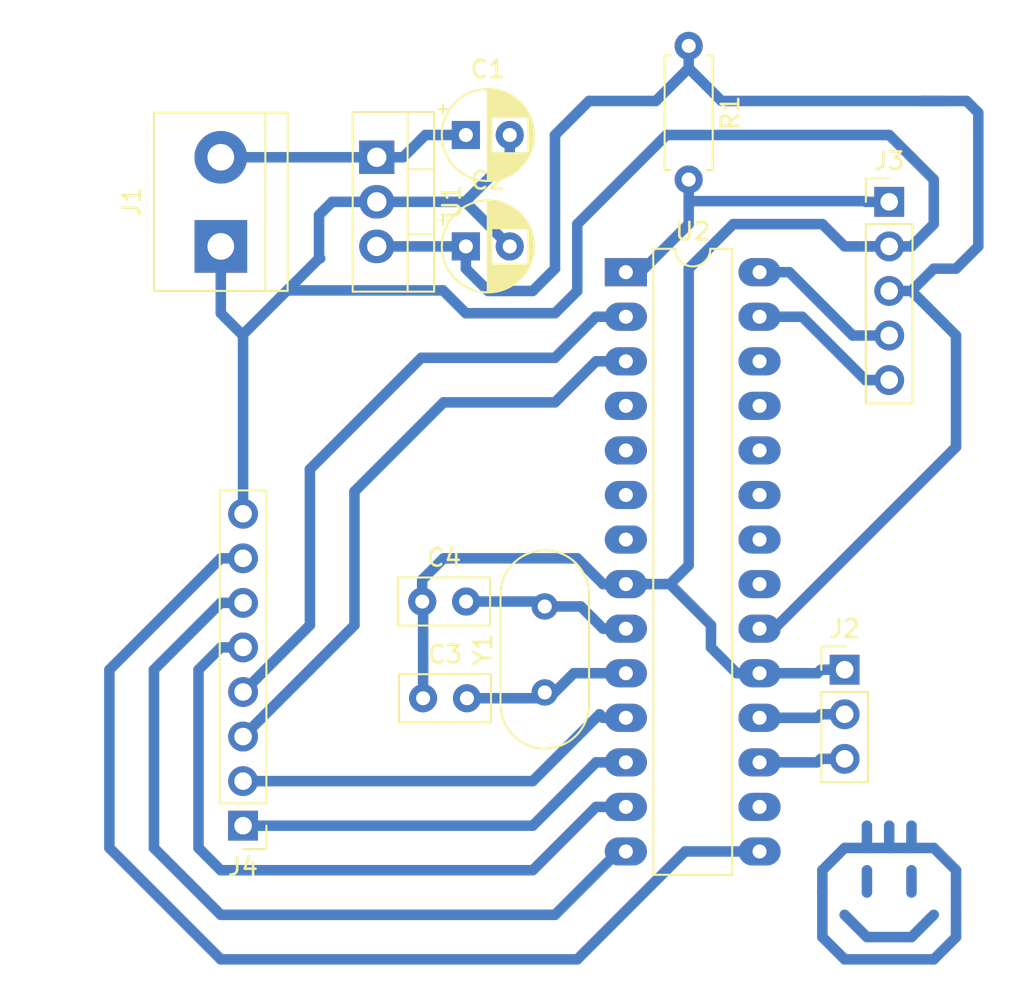
<source format=kicad_pcb>
(kicad_pcb (version 20171130) (host pcbnew "(5.1.9)-1")

  (general
    (thickness 1.6)
    (drawings 2)
    (tracks 180)
    (zones 0)
    (modules 12)
    (nets 29)
  )

  (page A4)
  (layers
    (0 F.Cu signal)
    (31 B.Cu signal)
    (32 B.Adhes user)
    (33 F.Adhes user)
    (34 B.Paste user)
    (35 F.Paste user)
    (36 B.SilkS user)
    (37 F.SilkS user)
    (38 B.Mask user)
    (39 F.Mask user)
    (40 Dwgs.User user)
    (41 Cmts.User user)
    (42 Eco1.User user)
    (43 Eco2.User user)
    (44 Edge.Cuts user)
    (45 Margin user)
    (46 B.CrtYd user)
    (47 F.CrtYd user)
    (48 B.Fab user)
    (49 F.Fab user)
  )

  (setup
    (last_trace_width 0.25)
    (trace_clearance 0.2)
    (zone_clearance 0.508)
    (zone_45_only no)
    (trace_min 0.2)
    (via_size 0.8)
    (via_drill 0.4)
    (via_min_size 0.4)
    (via_min_drill 0.3)
    (uvia_size 0.3)
    (uvia_drill 0.1)
    (uvias_allowed no)
    (uvia_min_size 0.2)
    (uvia_min_drill 0.1)
    (edge_width 0.1)
    (segment_width 0.2)
    (pcb_text_width 0.3)
    (pcb_text_size 1.5 1.5)
    (mod_edge_width 0.15)
    (mod_text_size 1 1)
    (mod_text_width 0.15)
    (pad_size 1.524 1.524)
    (pad_drill 0.762)
    (pad_to_mask_clearance 0)
    (aux_axis_origin 0 0)
    (visible_elements 7FFFFFFF)
    (pcbplotparams
      (layerselection 0x010fc_ffffffff)
      (usegerberextensions false)
      (usegerberattributes true)
      (usegerberadvancedattributes true)
      (creategerberjobfile true)
      (excludeedgelayer true)
      (linewidth 0.100000)
      (plotframeref false)
      (viasonmask false)
      (mode 1)
      (useauxorigin false)
      (hpglpennumber 1)
      (hpglpenspeed 20)
      (hpglpendiameter 15.000000)
      (psnegative false)
      (psa4output false)
      (plotreference true)
      (plotvalue true)
      (plotinvisibletext false)
      (padsonsilk false)
      (subtractmaskfromsilk false)
      (outputformat 1)
      (mirror false)
      (drillshape 1)
      (scaleselection 1)
      (outputdirectory ""))
  )

  (net 0 "")
  (net 1 "Net-(C1-Pad1)")
  (net 2 GND)
  (net 3 +5V)
  (net 4 "Net-(J2-Pad2)")
  (net 5 "Net-(J2-Pad3)")
  (net 6 "Net-(J3-Pad4)")
  (net 7 "Net-(J3-Pad5)")
  (net 8 "Net-(U2-Pad4)")
  (net 9 "Net-(U2-Pad5)")
  (net 10 "Net-(U2-Pad6)")
  (net 11 "Net-(U2-Pad7)")
  (net 12 "Net-(U2-Pad21)")
  (net 13 "Net-(U2-Pad22)")
  (net 14 "Net-(U2-Pad23)")
  (net 15 "Net-(U2-Pad24)")
  (net 16 "Net-(U2-Pad25)")
  (net 17 "Net-(U2-Pad26)")
  (net 18 "Net-(C3-Pad2)")
  (net 19 "Net-(C4-Pad2)")
  (net 20 "Net-(J3-Pad1)")
  (net 21 "Net-(J4-Pad2)")
  (net 22 "Net-(J4-Pad3)")
  (net 23 "Net-(U2-Pad16)")
  (net 24 "Net-(J4-Pad1)")
  (net 25 "Net-(J4-Pad4)")
  (net 26 "Net-(J4-Pad5)")
  (net 27 "Net-(J4-Pad7)")
  (net 28 "Net-(J4-Pad6)")

  (net_class Default "Esta es la clase de red por defecto."
    (clearance 0.2)
    (trace_width 0.25)
    (via_dia 0.8)
    (via_drill 0.4)
    (uvia_dia 0.3)
    (uvia_drill 0.1)
  )

  (net_class Signal ""
    (clearance 0.2)
    (trace_width 0.6)
    (via_dia 0.8)
    (via_drill 0.4)
    (uvia_dia 0.3)
    (uvia_drill 0.1)
    (add_net +5V)
    (add_net GND)
    (add_net "Net-(C1-Pad1)")
    (add_net "Net-(C3-Pad2)")
    (add_net "Net-(C4-Pad2)")
    (add_net "Net-(J2-Pad2)")
    (add_net "Net-(J2-Pad3)")
    (add_net "Net-(J3-Pad1)")
    (add_net "Net-(J3-Pad4)")
    (add_net "Net-(J3-Pad5)")
    (add_net "Net-(J4-Pad1)")
    (add_net "Net-(J4-Pad2)")
    (add_net "Net-(J4-Pad3)")
    (add_net "Net-(J4-Pad4)")
    (add_net "Net-(J4-Pad5)")
    (add_net "Net-(J4-Pad6)")
    (add_net "Net-(J4-Pad7)")
    (add_net "Net-(U2-Pad16)")
    (add_net "Net-(U2-Pad21)")
    (add_net "Net-(U2-Pad22)")
    (add_net "Net-(U2-Pad23)")
    (add_net "Net-(U2-Pad24)")
    (add_net "Net-(U2-Pad25)")
    (add_net "Net-(U2-Pad26)")
    (add_net "Net-(U2-Pad4)")
    (add_net "Net-(U2-Pad5)")
    (add_net "Net-(U2-Pad6)")
    (add_net "Net-(U2-Pad7)")
  )

  (module Capacitor_THT:CP_Radial_D5.0mm_P2.50mm (layer F.Cu) (tedit 5AE50EF0) (tstamp 63755FBE)
    (at 138.43 81.28)
    (descr "CP, Radial series, Radial, pin pitch=2.50mm, , diameter=5mm, Electrolytic Capacitor")
    (tags "CP Radial series Radial pin pitch 2.50mm  diameter 5mm Electrolytic Capacitor")
    (path /6363284C)
    (fp_text reference C1 (at 1.25 -3.75 180) (layer F.SilkS)
      (effects (font (size 1 1) (thickness 0.15)))
    )
    (fp_text value "0.33 uF" (at 1.25 3.75 180) (layer F.Fab)
      (effects (font (size 1 1) (thickness 0.15)))
    )
    (fp_circle (center 1.25 0) (end 3.75 0) (layer F.Fab) (width 0.1))
    (fp_circle (center 1.25 0) (end 3.87 0) (layer F.SilkS) (width 0.12))
    (fp_circle (center 1.25 0) (end 4 0) (layer F.CrtYd) (width 0.05))
    (fp_line (start -0.883605 -1.0875) (end -0.383605 -1.0875) (layer F.Fab) (width 0.1))
    (fp_line (start -0.633605 -1.3375) (end -0.633605 -0.8375) (layer F.Fab) (width 0.1))
    (fp_line (start 1.25 -2.58) (end 1.25 2.58) (layer F.SilkS) (width 0.12))
    (fp_line (start 1.29 -2.58) (end 1.29 2.58) (layer F.SilkS) (width 0.12))
    (fp_line (start 1.33 -2.579) (end 1.33 2.579) (layer F.SilkS) (width 0.12))
    (fp_line (start 1.37 -2.578) (end 1.37 2.578) (layer F.SilkS) (width 0.12))
    (fp_line (start 1.41 -2.576) (end 1.41 2.576) (layer F.SilkS) (width 0.12))
    (fp_line (start 1.45 -2.573) (end 1.45 2.573) (layer F.SilkS) (width 0.12))
    (fp_line (start 1.49 -2.569) (end 1.49 -1.04) (layer F.SilkS) (width 0.12))
    (fp_line (start 1.49 1.04) (end 1.49 2.569) (layer F.SilkS) (width 0.12))
    (fp_line (start 1.53 -2.565) (end 1.53 -1.04) (layer F.SilkS) (width 0.12))
    (fp_line (start 1.53 1.04) (end 1.53 2.565) (layer F.SilkS) (width 0.12))
    (fp_line (start 1.57 -2.561) (end 1.57 -1.04) (layer F.SilkS) (width 0.12))
    (fp_line (start 1.57 1.04) (end 1.57 2.561) (layer F.SilkS) (width 0.12))
    (fp_line (start 1.61 -2.556) (end 1.61 -1.04) (layer F.SilkS) (width 0.12))
    (fp_line (start 1.61 1.04) (end 1.61 2.556) (layer F.SilkS) (width 0.12))
    (fp_line (start 1.65 -2.55) (end 1.65 -1.04) (layer F.SilkS) (width 0.12))
    (fp_line (start 1.65 1.04) (end 1.65 2.55) (layer F.SilkS) (width 0.12))
    (fp_line (start 1.69 -2.543) (end 1.69 -1.04) (layer F.SilkS) (width 0.12))
    (fp_line (start 1.69 1.04) (end 1.69 2.543) (layer F.SilkS) (width 0.12))
    (fp_line (start 1.73 -2.536) (end 1.73 -1.04) (layer F.SilkS) (width 0.12))
    (fp_line (start 1.73 1.04) (end 1.73 2.536) (layer F.SilkS) (width 0.12))
    (fp_line (start 1.77 -2.528) (end 1.77 -1.04) (layer F.SilkS) (width 0.12))
    (fp_line (start 1.77 1.04) (end 1.77 2.528) (layer F.SilkS) (width 0.12))
    (fp_line (start 1.81 -2.52) (end 1.81 -1.04) (layer F.SilkS) (width 0.12))
    (fp_line (start 1.81 1.04) (end 1.81 2.52) (layer F.SilkS) (width 0.12))
    (fp_line (start 1.85 -2.511) (end 1.85 -1.04) (layer F.SilkS) (width 0.12))
    (fp_line (start 1.85 1.04) (end 1.85 2.511) (layer F.SilkS) (width 0.12))
    (fp_line (start 1.89 -2.501) (end 1.89 -1.04) (layer F.SilkS) (width 0.12))
    (fp_line (start 1.89 1.04) (end 1.89 2.501) (layer F.SilkS) (width 0.12))
    (fp_line (start 1.93 -2.491) (end 1.93 -1.04) (layer F.SilkS) (width 0.12))
    (fp_line (start 1.93 1.04) (end 1.93 2.491) (layer F.SilkS) (width 0.12))
    (fp_line (start 1.971 -2.48) (end 1.971 -1.04) (layer F.SilkS) (width 0.12))
    (fp_line (start 1.971 1.04) (end 1.971 2.48) (layer F.SilkS) (width 0.12))
    (fp_line (start 2.011 -2.468) (end 2.011 -1.04) (layer F.SilkS) (width 0.12))
    (fp_line (start 2.011 1.04) (end 2.011 2.468) (layer F.SilkS) (width 0.12))
    (fp_line (start 2.051 -2.455) (end 2.051 -1.04) (layer F.SilkS) (width 0.12))
    (fp_line (start 2.051 1.04) (end 2.051 2.455) (layer F.SilkS) (width 0.12))
    (fp_line (start 2.091 -2.442) (end 2.091 -1.04) (layer F.SilkS) (width 0.12))
    (fp_line (start 2.091 1.04) (end 2.091 2.442) (layer F.SilkS) (width 0.12))
    (fp_line (start 2.131 -2.428) (end 2.131 -1.04) (layer F.SilkS) (width 0.12))
    (fp_line (start 2.131 1.04) (end 2.131 2.428) (layer F.SilkS) (width 0.12))
    (fp_line (start 2.171 -2.414) (end 2.171 -1.04) (layer F.SilkS) (width 0.12))
    (fp_line (start 2.171 1.04) (end 2.171 2.414) (layer F.SilkS) (width 0.12))
    (fp_line (start 2.211 -2.398) (end 2.211 -1.04) (layer F.SilkS) (width 0.12))
    (fp_line (start 2.211 1.04) (end 2.211 2.398) (layer F.SilkS) (width 0.12))
    (fp_line (start 2.251 -2.382) (end 2.251 -1.04) (layer F.SilkS) (width 0.12))
    (fp_line (start 2.251 1.04) (end 2.251 2.382) (layer F.SilkS) (width 0.12))
    (fp_line (start 2.291 -2.365) (end 2.291 -1.04) (layer F.SilkS) (width 0.12))
    (fp_line (start 2.291 1.04) (end 2.291 2.365) (layer F.SilkS) (width 0.12))
    (fp_line (start 2.331 -2.348) (end 2.331 -1.04) (layer F.SilkS) (width 0.12))
    (fp_line (start 2.331 1.04) (end 2.331 2.348) (layer F.SilkS) (width 0.12))
    (fp_line (start 2.371 -2.329) (end 2.371 -1.04) (layer F.SilkS) (width 0.12))
    (fp_line (start 2.371 1.04) (end 2.371 2.329) (layer F.SilkS) (width 0.12))
    (fp_line (start 2.411 -2.31) (end 2.411 -1.04) (layer F.SilkS) (width 0.12))
    (fp_line (start 2.411 1.04) (end 2.411 2.31) (layer F.SilkS) (width 0.12))
    (fp_line (start 2.451 -2.29) (end 2.451 -1.04) (layer F.SilkS) (width 0.12))
    (fp_line (start 2.451 1.04) (end 2.451 2.29) (layer F.SilkS) (width 0.12))
    (fp_line (start 2.491 -2.268) (end 2.491 -1.04) (layer F.SilkS) (width 0.12))
    (fp_line (start 2.491 1.04) (end 2.491 2.268) (layer F.SilkS) (width 0.12))
    (fp_line (start 2.531 -2.247) (end 2.531 -1.04) (layer F.SilkS) (width 0.12))
    (fp_line (start 2.531 1.04) (end 2.531 2.247) (layer F.SilkS) (width 0.12))
    (fp_line (start 2.571 -2.224) (end 2.571 -1.04) (layer F.SilkS) (width 0.12))
    (fp_line (start 2.571 1.04) (end 2.571 2.224) (layer F.SilkS) (width 0.12))
    (fp_line (start 2.611 -2.2) (end 2.611 -1.04) (layer F.SilkS) (width 0.12))
    (fp_line (start 2.611 1.04) (end 2.611 2.2) (layer F.SilkS) (width 0.12))
    (fp_line (start 2.651 -2.175) (end 2.651 -1.04) (layer F.SilkS) (width 0.12))
    (fp_line (start 2.651 1.04) (end 2.651 2.175) (layer F.SilkS) (width 0.12))
    (fp_line (start 2.691 -2.149) (end 2.691 -1.04) (layer F.SilkS) (width 0.12))
    (fp_line (start 2.691 1.04) (end 2.691 2.149) (layer F.SilkS) (width 0.12))
    (fp_line (start 2.731 -2.122) (end 2.731 -1.04) (layer F.SilkS) (width 0.12))
    (fp_line (start 2.731 1.04) (end 2.731 2.122) (layer F.SilkS) (width 0.12))
    (fp_line (start 2.771 -2.095) (end 2.771 -1.04) (layer F.SilkS) (width 0.12))
    (fp_line (start 2.771 1.04) (end 2.771 2.095) (layer F.SilkS) (width 0.12))
    (fp_line (start 2.811 -2.065) (end 2.811 -1.04) (layer F.SilkS) (width 0.12))
    (fp_line (start 2.811 1.04) (end 2.811 2.065) (layer F.SilkS) (width 0.12))
    (fp_line (start 2.851 -2.035) (end 2.851 -1.04) (layer F.SilkS) (width 0.12))
    (fp_line (start 2.851 1.04) (end 2.851 2.035) (layer F.SilkS) (width 0.12))
    (fp_line (start 2.891 -2.004) (end 2.891 -1.04) (layer F.SilkS) (width 0.12))
    (fp_line (start 2.891 1.04) (end 2.891 2.004) (layer F.SilkS) (width 0.12))
    (fp_line (start 2.931 -1.971) (end 2.931 -1.04) (layer F.SilkS) (width 0.12))
    (fp_line (start 2.931 1.04) (end 2.931 1.971) (layer F.SilkS) (width 0.12))
    (fp_line (start 2.971 -1.937) (end 2.971 -1.04) (layer F.SilkS) (width 0.12))
    (fp_line (start 2.971 1.04) (end 2.971 1.937) (layer F.SilkS) (width 0.12))
    (fp_line (start 3.011 -1.901) (end 3.011 -1.04) (layer F.SilkS) (width 0.12))
    (fp_line (start 3.011 1.04) (end 3.011 1.901) (layer F.SilkS) (width 0.12))
    (fp_line (start 3.051 -1.864) (end 3.051 -1.04) (layer F.SilkS) (width 0.12))
    (fp_line (start 3.051 1.04) (end 3.051 1.864) (layer F.SilkS) (width 0.12))
    (fp_line (start 3.091 -1.826) (end 3.091 -1.04) (layer F.SilkS) (width 0.12))
    (fp_line (start 3.091 1.04) (end 3.091 1.826) (layer F.SilkS) (width 0.12))
    (fp_line (start 3.131 -1.785) (end 3.131 -1.04) (layer F.SilkS) (width 0.12))
    (fp_line (start 3.131 1.04) (end 3.131 1.785) (layer F.SilkS) (width 0.12))
    (fp_line (start 3.171 -1.743) (end 3.171 -1.04) (layer F.SilkS) (width 0.12))
    (fp_line (start 3.171 1.04) (end 3.171 1.743) (layer F.SilkS) (width 0.12))
    (fp_line (start 3.211 -1.699) (end 3.211 -1.04) (layer F.SilkS) (width 0.12))
    (fp_line (start 3.211 1.04) (end 3.211 1.699) (layer F.SilkS) (width 0.12))
    (fp_line (start 3.251 -1.653) (end 3.251 -1.04) (layer F.SilkS) (width 0.12))
    (fp_line (start 3.251 1.04) (end 3.251 1.653) (layer F.SilkS) (width 0.12))
    (fp_line (start 3.291 -1.605) (end 3.291 -1.04) (layer F.SilkS) (width 0.12))
    (fp_line (start 3.291 1.04) (end 3.291 1.605) (layer F.SilkS) (width 0.12))
    (fp_line (start 3.331 -1.554) (end 3.331 -1.04) (layer F.SilkS) (width 0.12))
    (fp_line (start 3.331 1.04) (end 3.331 1.554) (layer F.SilkS) (width 0.12))
    (fp_line (start 3.371 -1.5) (end 3.371 -1.04) (layer F.SilkS) (width 0.12))
    (fp_line (start 3.371 1.04) (end 3.371 1.5) (layer F.SilkS) (width 0.12))
    (fp_line (start 3.411 -1.443) (end 3.411 -1.04) (layer F.SilkS) (width 0.12))
    (fp_line (start 3.411 1.04) (end 3.411 1.443) (layer F.SilkS) (width 0.12))
    (fp_line (start 3.451 -1.383) (end 3.451 -1.04) (layer F.SilkS) (width 0.12))
    (fp_line (start 3.451 1.04) (end 3.451 1.383) (layer F.SilkS) (width 0.12))
    (fp_line (start 3.491 -1.319) (end 3.491 -1.04) (layer F.SilkS) (width 0.12))
    (fp_line (start 3.491 1.04) (end 3.491 1.319) (layer F.SilkS) (width 0.12))
    (fp_line (start 3.531 -1.251) (end 3.531 -1.04) (layer F.SilkS) (width 0.12))
    (fp_line (start 3.531 1.04) (end 3.531 1.251) (layer F.SilkS) (width 0.12))
    (fp_line (start 3.571 -1.178) (end 3.571 1.178) (layer F.SilkS) (width 0.12))
    (fp_line (start 3.611 -1.098) (end 3.611 1.098) (layer F.SilkS) (width 0.12))
    (fp_line (start 3.651 -1.011) (end 3.651 1.011) (layer F.SilkS) (width 0.12))
    (fp_line (start 3.691 -0.915) (end 3.691 0.915) (layer F.SilkS) (width 0.12))
    (fp_line (start 3.731 -0.805) (end 3.731 0.805) (layer F.SilkS) (width 0.12))
    (fp_line (start 3.771 -0.677) (end 3.771 0.677) (layer F.SilkS) (width 0.12))
    (fp_line (start 3.811 -0.518) (end 3.811 0.518) (layer F.SilkS) (width 0.12))
    (fp_line (start 3.851 -0.284) (end 3.851 0.284) (layer F.SilkS) (width 0.12))
    (fp_line (start -1.554775 -1.475) (end -1.054775 -1.475) (layer F.SilkS) (width 0.12))
    (fp_line (start -1.304775 -1.725) (end -1.304775 -1.225) (layer F.SilkS) (width 0.12))
    (fp_text user %R (at 1.25 0 180) (layer F.Fab)
      (effects (font (size 1 1) (thickness 0.15)))
    )
    (pad 1 thru_hole rect (at 0 0) (size 1.6 1.6) (drill 0.8) (layers *.Cu *.Mask)
      (net 1 "Net-(C1-Pad1)"))
    (pad 2 thru_hole circle (at 2.5 0) (size 1.6 1.6) (drill 0.8) (layers *.Cu *.Mask)
      (net 2 GND))
    (model ${KISYS3DMOD}/Capacitor_THT.3dshapes/CP_Radial_D5.0mm_P2.50mm.wrl
      (at (xyz 0 0 0))
      (scale (xyz 1 1 1))
      (rotate (xyz 0 0 0))
    )
  )

  (module Capacitor_THT:CP_Radial_D5.0mm_P2.50mm (layer F.Cu) (tedit 5AE50EF0) (tstamp 63756042)
    (at 138.43 87.63)
    (descr "CP, Radial series, Radial, pin pitch=2.50mm, , diameter=5mm, Electrolytic Capacitor")
    (tags "CP Radial series Radial pin pitch 2.50mm  diameter 5mm Electrolytic Capacitor")
    (path /636357A6)
    (fp_text reference C2 (at 1.25 -3.75 180) (layer F.SilkS)
      (effects (font (size 1 1) (thickness 0.15)))
    )
    (fp_text value "0.1 uF" (at 1.25 3.75 180) (layer F.Fab)
      (effects (font (size 1 1) (thickness 0.15)))
    )
    (fp_line (start -1.304775 -1.725) (end -1.304775 -1.225) (layer F.SilkS) (width 0.12))
    (fp_line (start -1.554775 -1.475) (end -1.054775 -1.475) (layer F.SilkS) (width 0.12))
    (fp_line (start 3.851 -0.284) (end 3.851 0.284) (layer F.SilkS) (width 0.12))
    (fp_line (start 3.811 -0.518) (end 3.811 0.518) (layer F.SilkS) (width 0.12))
    (fp_line (start 3.771 -0.677) (end 3.771 0.677) (layer F.SilkS) (width 0.12))
    (fp_line (start 3.731 -0.805) (end 3.731 0.805) (layer F.SilkS) (width 0.12))
    (fp_line (start 3.691 -0.915) (end 3.691 0.915) (layer F.SilkS) (width 0.12))
    (fp_line (start 3.651 -1.011) (end 3.651 1.011) (layer F.SilkS) (width 0.12))
    (fp_line (start 3.611 -1.098) (end 3.611 1.098) (layer F.SilkS) (width 0.12))
    (fp_line (start 3.571 -1.178) (end 3.571 1.178) (layer F.SilkS) (width 0.12))
    (fp_line (start 3.531 1.04) (end 3.531 1.251) (layer F.SilkS) (width 0.12))
    (fp_line (start 3.531 -1.251) (end 3.531 -1.04) (layer F.SilkS) (width 0.12))
    (fp_line (start 3.491 1.04) (end 3.491 1.319) (layer F.SilkS) (width 0.12))
    (fp_line (start 3.491 -1.319) (end 3.491 -1.04) (layer F.SilkS) (width 0.12))
    (fp_line (start 3.451 1.04) (end 3.451 1.383) (layer F.SilkS) (width 0.12))
    (fp_line (start 3.451 -1.383) (end 3.451 -1.04) (layer F.SilkS) (width 0.12))
    (fp_line (start 3.411 1.04) (end 3.411 1.443) (layer F.SilkS) (width 0.12))
    (fp_line (start 3.411 -1.443) (end 3.411 -1.04) (layer F.SilkS) (width 0.12))
    (fp_line (start 3.371 1.04) (end 3.371 1.5) (layer F.SilkS) (width 0.12))
    (fp_line (start 3.371 -1.5) (end 3.371 -1.04) (layer F.SilkS) (width 0.12))
    (fp_line (start 3.331 1.04) (end 3.331 1.554) (layer F.SilkS) (width 0.12))
    (fp_line (start 3.331 -1.554) (end 3.331 -1.04) (layer F.SilkS) (width 0.12))
    (fp_line (start 3.291 1.04) (end 3.291 1.605) (layer F.SilkS) (width 0.12))
    (fp_line (start 3.291 -1.605) (end 3.291 -1.04) (layer F.SilkS) (width 0.12))
    (fp_line (start 3.251 1.04) (end 3.251 1.653) (layer F.SilkS) (width 0.12))
    (fp_line (start 3.251 -1.653) (end 3.251 -1.04) (layer F.SilkS) (width 0.12))
    (fp_line (start 3.211 1.04) (end 3.211 1.699) (layer F.SilkS) (width 0.12))
    (fp_line (start 3.211 -1.699) (end 3.211 -1.04) (layer F.SilkS) (width 0.12))
    (fp_line (start 3.171 1.04) (end 3.171 1.743) (layer F.SilkS) (width 0.12))
    (fp_line (start 3.171 -1.743) (end 3.171 -1.04) (layer F.SilkS) (width 0.12))
    (fp_line (start 3.131 1.04) (end 3.131 1.785) (layer F.SilkS) (width 0.12))
    (fp_line (start 3.131 -1.785) (end 3.131 -1.04) (layer F.SilkS) (width 0.12))
    (fp_line (start 3.091 1.04) (end 3.091 1.826) (layer F.SilkS) (width 0.12))
    (fp_line (start 3.091 -1.826) (end 3.091 -1.04) (layer F.SilkS) (width 0.12))
    (fp_line (start 3.051 1.04) (end 3.051 1.864) (layer F.SilkS) (width 0.12))
    (fp_line (start 3.051 -1.864) (end 3.051 -1.04) (layer F.SilkS) (width 0.12))
    (fp_line (start 3.011 1.04) (end 3.011 1.901) (layer F.SilkS) (width 0.12))
    (fp_line (start 3.011 -1.901) (end 3.011 -1.04) (layer F.SilkS) (width 0.12))
    (fp_line (start 2.971 1.04) (end 2.971 1.937) (layer F.SilkS) (width 0.12))
    (fp_line (start 2.971 -1.937) (end 2.971 -1.04) (layer F.SilkS) (width 0.12))
    (fp_line (start 2.931 1.04) (end 2.931 1.971) (layer F.SilkS) (width 0.12))
    (fp_line (start 2.931 -1.971) (end 2.931 -1.04) (layer F.SilkS) (width 0.12))
    (fp_line (start 2.891 1.04) (end 2.891 2.004) (layer F.SilkS) (width 0.12))
    (fp_line (start 2.891 -2.004) (end 2.891 -1.04) (layer F.SilkS) (width 0.12))
    (fp_line (start 2.851 1.04) (end 2.851 2.035) (layer F.SilkS) (width 0.12))
    (fp_line (start 2.851 -2.035) (end 2.851 -1.04) (layer F.SilkS) (width 0.12))
    (fp_line (start 2.811 1.04) (end 2.811 2.065) (layer F.SilkS) (width 0.12))
    (fp_line (start 2.811 -2.065) (end 2.811 -1.04) (layer F.SilkS) (width 0.12))
    (fp_line (start 2.771 1.04) (end 2.771 2.095) (layer F.SilkS) (width 0.12))
    (fp_line (start 2.771 -2.095) (end 2.771 -1.04) (layer F.SilkS) (width 0.12))
    (fp_line (start 2.731 1.04) (end 2.731 2.122) (layer F.SilkS) (width 0.12))
    (fp_line (start 2.731 -2.122) (end 2.731 -1.04) (layer F.SilkS) (width 0.12))
    (fp_line (start 2.691 1.04) (end 2.691 2.149) (layer F.SilkS) (width 0.12))
    (fp_line (start 2.691 -2.149) (end 2.691 -1.04) (layer F.SilkS) (width 0.12))
    (fp_line (start 2.651 1.04) (end 2.651 2.175) (layer F.SilkS) (width 0.12))
    (fp_line (start 2.651 -2.175) (end 2.651 -1.04) (layer F.SilkS) (width 0.12))
    (fp_line (start 2.611 1.04) (end 2.611 2.2) (layer F.SilkS) (width 0.12))
    (fp_line (start 2.611 -2.2) (end 2.611 -1.04) (layer F.SilkS) (width 0.12))
    (fp_line (start 2.571 1.04) (end 2.571 2.224) (layer F.SilkS) (width 0.12))
    (fp_line (start 2.571 -2.224) (end 2.571 -1.04) (layer F.SilkS) (width 0.12))
    (fp_line (start 2.531 1.04) (end 2.531 2.247) (layer F.SilkS) (width 0.12))
    (fp_line (start 2.531 -2.247) (end 2.531 -1.04) (layer F.SilkS) (width 0.12))
    (fp_line (start 2.491 1.04) (end 2.491 2.268) (layer F.SilkS) (width 0.12))
    (fp_line (start 2.491 -2.268) (end 2.491 -1.04) (layer F.SilkS) (width 0.12))
    (fp_line (start 2.451 1.04) (end 2.451 2.29) (layer F.SilkS) (width 0.12))
    (fp_line (start 2.451 -2.29) (end 2.451 -1.04) (layer F.SilkS) (width 0.12))
    (fp_line (start 2.411 1.04) (end 2.411 2.31) (layer F.SilkS) (width 0.12))
    (fp_line (start 2.411 -2.31) (end 2.411 -1.04) (layer F.SilkS) (width 0.12))
    (fp_line (start 2.371 1.04) (end 2.371 2.329) (layer F.SilkS) (width 0.12))
    (fp_line (start 2.371 -2.329) (end 2.371 -1.04) (layer F.SilkS) (width 0.12))
    (fp_line (start 2.331 1.04) (end 2.331 2.348) (layer F.SilkS) (width 0.12))
    (fp_line (start 2.331 -2.348) (end 2.331 -1.04) (layer F.SilkS) (width 0.12))
    (fp_line (start 2.291 1.04) (end 2.291 2.365) (layer F.SilkS) (width 0.12))
    (fp_line (start 2.291 -2.365) (end 2.291 -1.04) (layer F.SilkS) (width 0.12))
    (fp_line (start 2.251 1.04) (end 2.251 2.382) (layer F.SilkS) (width 0.12))
    (fp_line (start 2.251 -2.382) (end 2.251 -1.04) (layer F.SilkS) (width 0.12))
    (fp_line (start 2.211 1.04) (end 2.211 2.398) (layer F.SilkS) (width 0.12))
    (fp_line (start 2.211 -2.398) (end 2.211 -1.04) (layer F.SilkS) (width 0.12))
    (fp_line (start 2.171 1.04) (end 2.171 2.414) (layer F.SilkS) (width 0.12))
    (fp_line (start 2.171 -2.414) (end 2.171 -1.04) (layer F.SilkS) (width 0.12))
    (fp_line (start 2.131 1.04) (end 2.131 2.428) (layer F.SilkS) (width 0.12))
    (fp_line (start 2.131 -2.428) (end 2.131 -1.04) (layer F.SilkS) (width 0.12))
    (fp_line (start 2.091 1.04) (end 2.091 2.442) (layer F.SilkS) (width 0.12))
    (fp_line (start 2.091 -2.442) (end 2.091 -1.04) (layer F.SilkS) (width 0.12))
    (fp_line (start 2.051 1.04) (end 2.051 2.455) (layer F.SilkS) (width 0.12))
    (fp_line (start 2.051 -2.455) (end 2.051 -1.04) (layer F.SilkS) (width 0.12))
    (fp_line (start 2.011 1.04) (end 2.011 2.468) (layer F.SilkS) (width 0.12))
    (fp_line (start 2.011 -2.468) (end 2.011 -1.04) (layer F.SilkS) (width 0.12))
    (fp_line (start 1.971 1.04) (end 1.971 2.48) (layer F.SilkS) (width 0.12))
    (fp_line (start 1.971 -2.48) (end 1.971 -1.04) (layer F.SilkS) (width 0.12))
    (fp_line (start 1.93 1.04) (end 1.93 2.491) (layer F.SilkS) (width 0.12))
    (fp_line (start 1.93 -2.491) (end 1.93 -1.04) (layer F.SilkS) (width 0.12))
    (fp_line (start 1.89 1.04) (end 1.89 2.501) (layer F.SilkS) (width 0.12))
    (fp_line (start 1.89 -2.501) (end 1.89 -1.04) (layer F.SilkS) (width 0.12))
    (fp_line (start 1.85 1.04) (end 1.85 2.511) (layer F.SilkS) (width 0.12))
    (fp_line (start 1.85 -2.511) (end 1.85 -1.04) (layer F.SilkS) (width 0.12))
    (fp_line (start 1.81 1.04) (end 1.81 2.52) (layer F.SilkS) (width 0.12))
    (fp_line (start 1.81 -2.52) (end 1.81 -1.04) (layer F.SilkS) (width 0.12))
    (fp_line (start 1.77 1.04) (end 1.77 2.528) (layer F.SilkS) (width 0.12))
    (fp_line (start 1.77 -2.528) (end 1.77 -1.04) (layer F.SilkS) (width 0.12))
    (fp_line (start 1.73 1.04) (end 1.73 2.536) (layer F.SilkS) (width 0.12))
    (fp_line (start 1.73 -2.536) (end 1.73 -1.04) (layer F.SilkS) (width 0.12))
    (fp_line (start 1.69 1.04) (end 1.69 2.543) (layer F.SilkS) (width 0.12))
    (fp_line (start 1.69 -2.543) (end 1.69 -1.04) (layer F.SilkS) (width 0.12))
    (fp_line (start 1.65 1.04) (end 1.65 2.55) (layer F.SilkS) (width 0.12))
    (fp_line (start 1.65 -2.55) (end 1.65 -1.04) (layer F.SilkS) (width 0.12))
    (fp_line (start 1.61 1.04) (end 1.61 2.556) (layer F.SilkS) (width 0.12))
    (fp_line (start 1.61 -2.556) (end 1.61 -1.04) (layer F.SilkS) (width 0.12))
    (fp_line (start 1.57 1.04) (end 1.57 2.561) (layer F.SilkS) (width 0.12))
    (fp_line (start 1.57 -2.561) (end 1.57 -1.04) (layer F.SilkS) (width 0.12))
    (fp_line (start 1.53 1.04) (end 1.53 2.565) (layer F.SilkS) (width 0.12))
    (fp_line (start 1.53 -2.565) (end 1.53 -1.04) (layer F.SilkS) (width 0.12))
    (fp_line (start 1.49 1.04) (end 1.49 2.569) (layer F.SilkS) (width 0.12))
    (fp_line (start 1.49 -2.569) (end 1.49 -1.04) (layer F.SilkS) (width 0.12))
    (fp_line (start 1.45 -2.573) (end 1.45 2.573) (layer F.SilkS) (width 0.12))
    (fp_line (start 1.41 -2.576) (end 1.41 2.576) (layer F.SilkS) (width 0.12))
    (fp_line (start 1.37 -2.578) (end 1.37 2.578) (layer F.SilkS) (width 0.12))
    (fp_line (start 1.33 -2.579) (end 1.33 2.579) (layer F.SilkS) (width 0.12))
    (fp_line (start 1.29 -2.58) (end 1.29 2.58) (layer F.SilkS) (width 0.12))
    (fp_line (start 1.25 -2.58) (end 1.25 2.58) (layer F.SilkS) (width 0.12))
    (fp_line (start -0.633605 -1.3375) (end -0.633605 -0.8375) (layer F.Fab) (width 0.1))
    (fp_line (start -0.883605 -1.0875) (end -0.383605 -1.0875) (layer F.Fab) (width 0.1))
    (fp_circle (center 1.25 0) (end 4 0) (layer F.CrtYd) (width 0.05))
    (fp_circle (center 1.25 0) (end 3.87 0) (layer F.SilkS) (width 0.12))
    (fp_circle (center 1.25 0) (end 3.75 0) (layer F.Fab) (width 0.1))
    (fp_text user %R (at 1.25 0 180) (layer F.Fab)
      (effects (font (size 1 1) (thickness 0.15)))
    )
    (pad 2 thru_hole circle (at 2.5 0) (size 1.6 1.6) (drill 0.8) (layers *.Cu *.Mask)
      (net 2 GND))
    (pad 1 thru_hole rect (at 0 0) (size 1.6 1.6) (drill 0.8) (layers *.Cu *.Mask)
      (net 3 +5V))
    (model ${KISYS3DMOD}/Capacitor_THT.3dshapes/CP_Radial_D5.0mm_P2.50mm.wrl
      (at (xyz 0 0 0))
      (scale (xyz 1 1 1))
      (rotate (xyz 0 0 0))
    )
  )

  (module TerminalBlock:TerminalBlock_bornier-2_P5.08mm (layer F.Cu) (tedit 59FF03AB) (tstamp 63756057)
    (at 124.46 87.63 90)
    (descr "simple 2-pin terminal block, pitch 5.08mm, revamped version of bornier2")
    (tags "terminal block bornier2")
    (path /63636FA2)
    (fp_text reference J1 (at 2.54 -5.08 90) (layer F.SilkS)
      (effects (font (size 1 1) (thickness 0.15)))
    )
    (fp_text value Conn_01x02 (at 2.54 5.08 90) (layer F.Fab)
      (effects (font (size 1 1) (thickness 0.15)))
    )
    (fp_line (start -2.41 2.55) (end 7.49 2.55) (layer F.Fab) (width 0.1))
    (fp_line (start -2.46 -3.75) (end -2.46 3.75) (layer F.Fab) (width 0.1))
    (fp_line (start -2.46 3.75) (end 7.54 3.75) (layer F.Fab) (width 0.1))
    (fp_line (start 7.54 3.75) (end 7.54 -3.75) (layer F.Fab) (width 0.1))
    (fp_line (start 7.54 -3.75) (end -2.46 -3.75) (layer F.Fab) (width 0.1))
    (fp_line (start 7.62 2.54) (end -2.54 2.54) (layer F.SilkS) (width 0.12))
    (fp_line (start 7.62 3.81) (end 7.62 -3.81) (layer F.SilkS) (width 0.12))
    (fp_line (start 7.62 -3.81) (end -2.54 -3.81) (layer F.SilkS) (width 0.12))
    (fp_line (start -2.54 -3.81) (end -2.54 3.81) (layer F.SilkS) (width 0.12))
    (fp_line (start -2.54 3.81) (end 7.62 3.81) (layer F.SilkS) (width 0.12))
    (fp_line (start -2.71 -4) (end 7.79 -4) (layer F.CrtYd) (width 0.05))
    (fp_line (start -2.71 -4) (end -2.71 4) (layer F.CrtYd) (width 0.05))
    (fp_line (start 7.79 4) (end 7.79 -4) (layer F.CrtYd) (width 0.05))
    (fp_line (start 7.79 4) (end -2.71 4) (layer F.CrtYd) (width 0.05))
    (fp_text user %R (at 2.54 0 90) (layer F.Fab)
      (effects (font (size 1 1) (thickness 0.15)))
    )
    (pad 1 thru_hole rect (at 0 0 90) (size 3 3) (drill 1.52) (layers *.Cu *.Mask)
      (net 2 GND))
    (pad 2 thru_hole circle (at 5.08 0 90) (size 3 3) (drill 1.52) (layers *.Cu *.Mask)
      (net 1 "Net-(C1-Pad1)"))
    (model ${KISYS3DMOD}/TerminalBlock.3dshapes/TerminalBlock_bornier-2_P5.08mm.wrl
      (offset (xyz 2.539999961853027 0 0))
      (scale (xyz 1 1 1))
      (rotate (xyz 0 0 0))
    )
  )

  (module Connector_PinHeader_2.54mm:PinHeader_1x03_P2.54mm_Vertical (layer F.Cu) (tedit 59FED5CC) (tstamp 6375606E)
    (at 160.02 111.76)
    (descr "Through hole straight pin header, 1x03, 2.54mm pitch, single row")
    (tags "Through hole pin header THT 1x03 2.54mm single row")
    (path /636496D1)
    (fp_text reference J2 (at 0 -2.33) (layer F.SilkS)
      (effects (font (size 1 1) (thickness 0.15)))
    )
    (fp_text value Conn_01x03 (at 0 7.41) (layer F.Fab)
      (effects (font (size 1 1) (thickness 0.15)))
    )
    (fp_line (start -0.635 -1.27) (end 1.27 -1.27) (layer F.Fab) (width 0.1))
    (fp_line (start 1.27 -1.27) (end 1.27 6.35) (layer F.Fab) (width 0.1))
    (fp_line (start 1.27 6.35) (end -1.27 6.35) (layer F.Fab) (width 0.1))
    (fp_line (start -1.27 6.35) (end -1.27 -0.635) (layer F.Fab) (width 0.1))
    (fp_line (start -1.27 -0.635) (end -0.635 -1.27) (layer F.Fab) (width 0.1))
    (fp_line (start -1.33 6.41) (end 1.33 6.41) (layer F.SilkS) (width 0.12))
    (fp_line (start -1.33 1.27) (end -1.33 6.41) (layer F.SilkS) (width 0.12))
    (fp_line (start 1.33 1.27) (end 1.33 6.41) (layer F.SilkS) (width 0.12))
    (fp_line (start -1.33 1.27) (end 1.33 1.27) (layer F.SilkS) (width 0.12))
    (fp_line (start -1.33 0) (end -1.33 -1.33) (layer F.SilkS) (width 0.12))
    (fp_line (start -1.33 -1.33) (end 0 -1.33) (layer F.SilkS) (width 0.12))
    (fp_line (start -1.8 -1.8) (end -1.8 6.85) (layer F.CrtYd) (width 0.05))
    (fp_line (start -1.8 6.85) (end 1.8 6.85) (layer F.CrtYd) (width 0.05))
    (fp_line (start 1.8 6.85) (end 1.8 -1.8) (layer F.CrtYd) (width 0.05))
    (fp_line (start 1.8 -1.8) (end -1.8 -1.8) (layer F.CrtYd) (width 0.05))
    (fp_text user %R (at 0 2.54 90) (layer F.Fab)
      (effects (font (size 1 1) (thickness 0.15)))
    )
    (pad 1 thru_hole rect (at 0 0) (size 1.7 1.7) (drill 1) (layers *.Cu *.Mask)
      (net 2 GND))
    (pad 2 thru_hole oval (at 0 2.54) (size 1.7 1.7) (drill 1) (layers *.Cu *.Mask)
      (net 4 "Net-(J2-Pad2)"))
    (pad 3 thru_hole oval (at 0 5.08) (size 1.7 1.7) (drill 1) (layers *.Cu *.Mask)
      (net 5 "Net-(J2-Pad3)"))
    (model ${KISYS3DMOD}/Connector_PinHeader_2.54mm.3dshapes/PinHeader_1x03_P2.54mm_Vertical.wrl
      (at (xyz 0 0 0))
      (scale (xyz 1 1 1))
      (rotate (xyz 0 0 0))
    )
  )

  (module Connector_PinHeader_2.54mm:PinHeader_1x05_P2.54mm_Vertical (layer F.Cu) (tedit 59FED5CC) (tstamp 63756087)
    (at 162.56 85.09)
    (descr "Through hole straight pin header, 1x05, 2.54mm pitch, single row")
    (tags "Through hole pin header THT 1x05 2.54mm single row")
    (path /63642787)
    (fp_text reference J3 (at 0 -2.33) (layer F.SilkS)
      (effects (font (size 1 1) (thickness 0.15)))
    )
    (fp_text value Conn_01x05 (at 0 12.49) (layer F.Fab)
      (effects (font (size 1 1) (thickness 0.15)))
    )
    (fp_line (start -0.635 -1.27) (end 1.27 -1.27) (layer F.Fab) (width 0.1))
    (fp_line (start 1.27 -1.27) (end 1.27 11.43) (layer F.Fab) (width 0.1))
    (fp_line (start 1.27 11.43) (end -1.27 11.43) (layer F.Fab) (width 0.1))
    (fp_line (start -1.27 11.43) (end -1.27 -0.635) (layer F.Fab) (width 0.1))
    (fp_line (start -1.27 -0.635) (end -0.635 -1.27) (layer F.Fab) (width 0.1))
    (fp_line (start -1.33 11.49) (end 1.33 11.49) (layer F.SilkS) (width 0.12))
    (fp_line (start -1.33 1.27) (end -1.33 11.49) (layer F.SilkS) (width 0.12))
    (fp_line (start 1.33 1.27) (end 1.33 11.49) (layer F.SilkS) (width 0.12))
    (fp_line (start -1.33 1.27) (end 1.33 1.27) (layer F.SilkS) (width 0.12))
    (fp_line (start -1.33 0) (end -1.33 -1.33) (layer F.SilkS) (width 0.12))
    (fp_line (start -1.33 -1.33) (end 0 -1.33) (layer F.SilkS) (width 0.12))
    (fp_line (start -1.8 -1.8) (end -1.8 11.95) (layer F.CrtYd) (width 0.05))
    (fp_line (start -1.8 11.95) (end 1.8 11.95) (layer F.CrtYd) (width 0.05))
    (fp_line (start 1.8 11.95) (end 1.8 -1.8) (layer F.CrtYd) (width 0.05))
    (fp_line (start 1.8 -1.8) (end -1.8 -1.8) (layer F.CrtYd) (width 0.05))
    (fp_text user %R (at 0 5.08 90) (layer F.Fab)
      (effects (font (size 1 1) (thickness 0.15)))
    )
    (pad 1 thru_hole rect (at 0 0) (size 1.7 1.7) (drill 1) (layers *.Cu *.Mask)
      (net 20 "Net-(J3-Pad1)"))
    (pad 2 thru_hole oval (at 0 2.54) (size 1.7 1.7) (drill 1) (layers *.Cu *.Mask)
      (net 2 GND))
    (pad 3 thru_hole oval (at 0 5.08) (size 1.7 1.7) (drill 1) (layers *.Cu *.Mask)
      (net 3 +5V))
    (pad 4 thru_hole oval (at 0 7.62) (size 1.7 1.7) (drill 1) (layers *.Cu *.Mask)
      (net 6 "Net-(J3-Pad4)"))
    (pad 5 thru_hole oval (at 0 10.16) (size 1.7 1.7) (drill 1) (layers *.Cu *.Mask)
      (net 7 "Net-(J3-Pad5)"))
    (model ${KISYS3DMOD}/Connector_PinHeader_2.54mm.3dshapes/PinHeader_1x05_P2.54mm_Vertical.wrl
      (at (xyz 0 0 0))
      (scale (xyz 1 1 1))
      (rotate (xyz 0 0 0))
    )
  )

  (module Resistor_THT:R_Axial_DIN0207_L6.3mm_D2.5mm_P7.62mm_Horizontal (layer F.Cu) (tedit 5AE5139B) (tstamp 6375609E)
    (at 151.13 76.2 270)
    (descr "Resistor, Axial_DIN0207 series, Axial, Horizontal, pin pitch=7.62mm, 0.25W = 1/4W, length*diameter=6.3*2.5mm^2, http://cdn-reichelt.de/documents/datenblatt/B400/1_4W%23YAG.pdf")
    (tags "Resistor Axial_DIN0207 series Axial Horizontal pin pitch 7.62mm 0.25W = 1/4W length 6.3mm diameter 2.5mm")
    (path /6363E3A3)
    (fp_text reference R1 (at 3.81 -2.37 90) (layer F.SilkS)
      (effects (font (size 1 1) (thickness 0.15)))
    )
    (fp_text value "5 K" (at 3.81 2.37 90) (layer F.Fab)
      (effects (font (size 1 1) (thickness 0.15)))
    )
    (fp_line (start 0.66 -1.25) (end 0.66 1.25) (layer F.Fab) (width 0.1))
    (fp_line (start 0.66 1.25) (end 6.96 1.25) (layer F.Fab) (width 0.1))
    (fp_line (start 6.96 1.25) (end 6.96 -1.25) (layer F.Fab) (width 0.1))
    (fp_line (start 6.96 -1.25) (end 0.66 -1.25) (layer F.Fab) (width 0.1))
    (fp_line (start 0 0) (end 0.66 0) (layer F.Fab) (width 0.1))
    (fp_line (start 7.62 0) (end 6.96 0) (layer F.Fab) (width 0.1))
    (fp_line (start 0.54 -1.04) (end 0.54 -1.37) (layer F.SilkS) (width 0.12))
    (fp_line (start 0.54 -1.37) (end 7.08 -1.37) (layer F.SilkS) (width 0.12))
    (fp_line (start 7.08 -1.37) (end 7.08 -1.04) (layer F.SilkS) (width 0.12))
    (fp_line (start 0.54 1.04) (end 0.54 1.37) (layer F.SilkS) (width 0.12))
    (fp_line (start 0.54 1.37) (end 7.08 1.37) (layer F.SilkS) (width 0.12))
    (fp_line (start 7.08 1.37) (end 7.08 1.04) (layer F.SilkS) (width 0.12))
    (fp_line (start -1.05 -1.5) (end -1.05 1.5) (layer F.CrtYd) (width 0.05))
    (fp_line (start -1.05 1.5) (end 8.67 1.5) (layer F.CrtYd) (width 0.05))
    (fp_line (start 8.67 1.5) (end 8.67 -1.5) (layer F.CrtYd) (width 0.05))
    (fp_line (start 8.67 -1.5) (end -1.05 -1.5) (layer F.CrtYd) (width 0.05))
    (fp_text user %R (at 3.81 0 90) (layer F.Fab)
      (effects (font (size 1 1) (thickness 0.15)))
    )
    (pad 1 thru_hole circle (at 0 0 270) (size 1.6 1.6) (drill 0.8) (layers *.Cu *.Mask)
      (net 3 +5V))
    (pad 2 thru_hole oval (at 7.62 0 270) (size 1.6 1.6) (drill 0.8) (layers *.Cu *.Mask)
      (net 20 "Net-(J3-Pad1)"))
    (model ${KISYS3DMOD}/Resistor_THT.3dshapes/R_Axial_DIN0207_L6.3mm_D2.5mm_P7.62mm_Horizontal.wrl
      (at (xyz 0 0 0))
      (scale (xyz 1 1 1))
      (rotate (xyz 0 0 0))
    )
  )

  (module Package_TO_SOT_THT:TO-220-3_Vertical (layer F.Cu) (tedit 5AC8BA0D) (tstamp 637560B8)
    (at 133.35 82.55 270)
    (descr "TO-220-3, Vertical, RM 2.54mm, see https://www.vishay.com/docs/66542/to-220-1.pdf")
    (tags "TO-220-3 Vertical RM 2.54mm")
    (path /6362AF59)
    (fp_text reference U1 (at 2.54 -4.27 270) (layer F.SilkS)
      (effects (font (size 1 1) (thickness 0.15)))
    )
    (fp_text value LM7805_TO220 (at 2.54 2.5 270) (layer F.Fab)
      (effects (font (size 1 1) (thickness 0.15)))
    )
    (fp_line (start -2.46 -3.15) (end -2.46 1.25) (layer F.Fab) (width 0.1))
    (fp_line (start -2.46 1.25) (end 7.54 1.25) (layer F.Fab) (width 0.1))
    (fp_line (start 7.54 1.25) (end 7.54 -3.15) (layer F.Fab) (width 0.1))
    (fp_line (start 7.54 -3.15) (end -2.46 -3.15) (layer F.Fab) (width 0.1))
    (fp_line (start -2.46 -1.88) (end 7.54 -1.88) (layer F.Fab) (width 0.1))
    (fp_line (start 0.69 -3.15) (end 0.69 -1.88) (layer F.Fab) (width 0.1))
    (fp_line (start 4.39 -3.15) (end 4.39 -1.88) (layer F.Fab) (width 0.1))
    (fp_line (start -2.58 -3.27) (end 7.66 -3.27) (layer F.SilkS) (width 0.12))
    (fp_line (start -2.58 1.371) (end 7.66 1.371) (layer F.SilkS) (width 0.12))
    (fp_line (start -2.58 -3.27) (end -2.58 1.371) (layer F.SilkS) (width 0.12))
    (fp_line (start 7.66 -3.27) (end 7.66 1.371) (layer F.SilkS) (width 0.12))
    (fp_line (start -2.58 -1.76) (end 7.66 -1.76) (layer F.SilkS) (width 0.12))
    (fp_line (start 0.69 -3.27) (end 0.69 -1.76) (layer F.SilkS) (width 0.12))
    (fp_line (start 4.391 -3.27) (end 4.391 -1.76) (layer F.SilkS) (width 0.12))
    (fp_line (start -2.71 -3.4) (end -2.71 1.51) (layer F.CrtYd) (width 0.05))
    (fp_line (start -2.71 1.51) (end 7.79 1.51) (layer F.CrtYd) (width 0.05))
    (fp_line (start 7.79 1.51) (end 7.79 -3.4) (layer F.CrtYd) (width 0.05))
    (fp_line (start 7.79 -3.4) (end -2.71 -3.4) (layer F.CrtYd) (width 0.05))
    (fp_text user %R (at 2.54 -4.27 270) (layer F.Fab)
      (effects (font (size 1 1) (thickness 0.15)))
    )
    (pad 1 thru_hole rect (at 0 0 270) (size 1.905 2) (drill 1.1) (layers *.Cu *.Mask)
      (net 1 "Net-(C1-Pad1)"))
    (pad 2 thru_hole oval (at 2.54 0 270) (size 1.905 2) (drill 1.1) (layers *.Cu *.Mask)
      (net 2 GND))
    (pad 3 thru_hole oval (at 5.08 0 270) (size 1.905 2) (drill 1.1) (layers *.Cu *.Mask)
      (net 3 +5V))
    (model ${KISYS3DMOD}/Package_TO_SOT_THT.3dshapes/TO-220-3_Vertical.wrl
      (at (xyz 0 0 0))
      (scale (xyz 1 1 1))
      (rotate (xyz 0 0 0))
    )
  )

  (module Package_DIP:DIP-28_W7.62mm_LongPads (layer F.Cu) (tedit 5A02E8C5) (tstamp 637560E8)
    (at 147.55 89.1)
    (descr "28-lead though-hole mounted DIP package, row spacing 7.62 mm (300 mils), LongPads")
    (tags "THT DIP DIL PDIP 2.54mm 7.62mm 300mil LongPads")
    (path /63628D27)
    (fp_text reference U2 (at 3.81 -2.33) (layer F.SilkS)
      (effects (font (size 1 1) (thickness 0.15)))
    )
    (fp_text value PIC16F886-IP (at 3.81 35.35) (layer F.Fab)
      (effects (font (size 1 1) (thickness 0.15)))
    )
    (fp_line (start 1.635 -1.27) (end 6.985 -1.27) (layer F.Fab) (width 0.1))
    (fp_line (start 6.985 -1.27) (end 6.985 34.29) (layer F.Fab) (width 0.1))
    (fp_line (start 6.985 34.29) (end 0.635 34.29) (layer F.Fab) (width 0.1))
    (fp_line (start 0.635 34.29) (end 0.635 -0.27) (layer F.Fab) (width 0.1))
    (fp_line (start 0.635 -0.27) (end 1.635 -1.27) (layer F.Fab) (width 0.1))
    (fp_line (start 2.81 -1.33) (end 1.56 -1.33) (layer F.SilkS) (width 0.12))
    (fp_line (start 1.56 -1.33) (end 1.56 34.35) (layer F.SilkS) (width 0.12))
    (fp_line (start 1.56 34.35) (end 6.06 34.35) (layer F.SilkS) (width 0.12))
    (fp_line (start 6.06 34.35) (end 6.06 -1.33) (layer F.SilkS) (width 0.12))
    (fp_line (start 6.06 -1.33) (end 4.81 -1.33) (layer F.SilkS) (width 0.12))
    (fp_line (start -1.45 -1.55) (end -1.45 34.55) (layer F.CrtYd) (width 0.05))
    (fp_line (start -1.45 34.55) (end 9.1 34.55) (layer F.CrtYd) (width 0.05))
    (fp_line (start 9.1 34.55) (end 9.1 -1.55) (layer F.CrtYd) (width 0.05))
    (fp_line (start 9.1 -1.55) (end -1.45 -1.55) (layer F.CrtYd) (width 0.05))
    (fp_arc (start 3.81 -1.33) (end 2.81 -1.33) (angle -180) (layer F.SilkS) (width 0.12))
    (fp_text user %R (at 3.81 16.51) (layer F.Fab)
      (effects (font (size 1 1) (thickness 0.15)))
    )
    (pad 1 thru_hole rect (at 0 0) (size 2.4 1.6) (drill 0.8) (layers *.Cu *.Mask)
      (net 20 "Net-(J3-Pad1)"))
    (pad 15 thru_hole oval (at 7.62 33.02) (size 2.4 1.6) (drill 0.8) (layers *.Cu *.Mask)
      (net 27 "Net-(J4-Pad7)"))
    (pad 2 thru_hole oval (at 0 2.54) (size 2.4 1.6) (drill 0.8) (layers *.Cu *.Mask)
      (net 25 "Net-(J4-Pad4)"))
    (pad 16 thru_hole oval (at 7.62 30.48) (size 2.4 1.6) (drill 0.8) (layers *.Cu *.Mask)
      (net 23 "Net-(U2-Pad16)"))
    (pad 3 thru_hole oval (at 0 5.08) (size 2.4 1.6) (drill 0.8) (layers *.Cu *.Mask)
      (net 22 "Net-(J4-Pad3)"))
    (pad 17 thru_hole oval (at 7.62 27.94) (size 2.4 1.6) (drill 0.8) (layers *.Cu *.Mask)
      (net 5 "Net-(J2-Pad3)"))
    (pad 4 thru_hole oval (at 0 7.62) (size 2.4 1.6) (drill 0.8) (layers *.Cu *.Mask)
      (net 8 "Net-(U2-Pad4)"))
    (pad 18 thru_hole oval (at 7.62 25.4) (size 2.4 1.6) (drill 0.8) (layers *.Cu *.Mask)
      (net 4 "Net-(J2-Pad2)"))
    (pad 5 thru_hole oval (at 0 10.16) (size 2.4 1.6) (drill 0.8) (layers *.Cu *.Mask)
      (net 9 "Net-(U2-Pad5)"))
    (pad 19 thru_hole oval (at 7.62 22.86) (size 2.4 1.6) (drill 0.8) (layers *.Cu *.Mask)
      (net 2 GND))
    (pad 6 thru_hole oval (at 0 12.7) (size 2.4 1.6) (drill 0.8) (layers *.Cu *.Mask)
      (net 10 "Net-(U2-Pad6)"))
    (pad 20 thru_hole oval (at 7.62 20.32) (size 2.4 1.6) (drill 0.8) (layers *.Cu *.Mask)
      (net 3 +5V))
    (pad 7 thru_hole oval (at 0 15.24) (size 2.4 1.6) (drill 0.8) (layers *.Cu *.Mask)
      (net 11 "Net-(U2-Pad7)"))
    (pad 21 thru_hole oval (at 7.62 17.78) (size 2.4 1.6) (drill 0.8) (layers *.Cu *.Mask)
      (net 12 "Net-(U2-Pad21)"))
    (pad 8 thru_hole oval (at 0 17.78) (size 2.4 1.6) (drill 0.8) (layers *.Cu *.Mask)
      (net 2 GND))
    (pad 22 thru_hole oval (at 7.62 15.24) (size 2.4 1.6) (drill 0.8) (layers *.Cu *.Mask)
      (net 13 "Net-(U2-Pad22)"))
    (pad 9 thru_hole oval (at 0 20.32) (size 2.4 1.6) (drill 0.8) (layers *.Cu *.Mask)
      (net 19 "Net-(C4-Pad2)"))
    (pad 23 thru_hole oval (at 7.62 12.7) (size 2.4 1.6) (drill 0.8) (layers *.Cu *.Mask)
      (net 14 "Net-(U2-Pad23)"))
    (pad 10 thru_hole oval (at 0 22.86) (size 2.4 1.6) (drill 0.8) (layers *.Cu *.Mask)
      (net 18 "Net-(C3-Pad2)"))
    (pad 24 thru_hole oval (at 7.62 10.16) (size 2.4 1.6) (drill 0.8) (layers *.Cu *.Mask)
      (net 15 "Net-(U2-Pad24)"))
    (pad 11 thru_hole oval (at 0 25.4) (size 2.4 1.6) (drill 0.8) (layers *.Cu *.Mask)
      (net 21 "Net-(J4-Pad2)"))
    (pad 25 thru_hole oval (at 7.62 7.62) (size 2.4 1.6) (drill 0.8) (layers *.Cu *.Mask)
      (net 16 "Net-(U2-Pad25)"))
    (pad 12 thru_hole oval (at 0 27.94) (size 2.4 1.6) (drill 0.8) (layers *.Cu *.Mask)
      (net 24 "Net-(J4-Pad1)"))
    (pad 26 thru_hole oval (at 7.62 5.08) (size 2.4 1.6) (drill 0.8) (layers *.Cu *.Mask)
      (net 17 "Net-(U2-Pad26)"))
    (pad 13 thru_hole oval (at 0 30.48) (size 2.4 1.6) (drill 0.8) (layers *.Cu *.Mask)
      (net 26 "Net-(J4-Pad5)"))
    (pad 27 thru_hole oval (at 7.62 2.54) (size 2.4 1.6) (drill 0.8) (layers *.Cu *.Mask)
      (net 7 "Net-(J3-Pad5)"))
    (pad 14 thru_hole oval (at 0 33.02) (size 2.4 1.6) (drill 0.8) (layers *.Cu *.Mask)
      (net 28 "Net-(J4-Pad6)"))
    (pad 28 thru_hole oval (at 7.62 0) (size 2.4 1.6) (drill 0.8) (layers *.Cu *.Mask)
      (net 6 "Net-(J3-Pad4)"))
    (model ${KISYS3DMOD}/Package_DIP.3dshapes/DIP-28_W7.62mm.wrl
      (at (xyz 0 0 0))
      (scale (xyz 1 1 1))
      (rotate (xyz 0 0 0))
    )
  )

  (module Capacitor_THT:C_Disc_D5.0mm_W2.5mm_P2.50mm (layer F.Cu) (tedit 5AE50EF0) (tstamp 637568E3)
    (at 135.992 113.386)
    (descr "C, Disc series, Radial, pin pitch=2.50mm, , diameter*width=5*2.5mm^2, Capacitor, http://cdn-reichelt.de/documents/datenblatt/B300/DS_KERKO_TC.pdf")
    (tags "C Disc series Radial pin pitch 2.50mm  diameter 5mm width 2.5mm Capacitor")
    (path /63759C1E)
    (fp_text reference C3 (at 1.25 -2.5) (layer F.SilkS)
      (effects (font (size 1 1) (thickness 0.15)))
    )
    (fp_text value "22 pF" (at 1.25 2.5) (layer F.Fab)
      (effects (font (size 1 1) (thickness 0.15)))
    )
    (fp_line (start -1.25 -1.25) (end -1.25 1.25) (layer F.Fab) (width 0.1))
    (fp_line (start -1.25 1.25) (end 3.75 1.25) (layer F.Fab) (width 0.1))
    (fp_line (start 3.75 1.25) (end 3.75 -1.25) (layer F.Fab) (width 0.1))
    (fp_line (start 3.75 -1.25) (end -1.25 -1.25) (layer F.Fab) (width 0.1))
    (fp_line (start -1.37 -1.37) (end 3.87 -1.37) (layer F.SilkS) (width 0.12))
    (fp_line (start -1.37 1.37) (end 3.87 1.37) (layer F.SilkS) (width 0.12))
    (fp_line (start -1.37 -1.37) (end -1.37 1.37) (layer F.SilkS) (width 0.12))
    (fp_line (start 3.87 -1.37) (end 3.87 1.37) (layer F.SilkS) (width 0.12))
    (fp_line (start -1.5 -1.5) (end -1.5 1.5) (layer F.CrtYd) (width 0.05))
    (fp_line (start -1.5 1.5) (end 4 1.5) (layer F.CrtYd) (width 0.05))
    (fp_line (start 4 1.5) (end 4 -1.5) (layer F.CrtYd) (width 0.05))
    (fp_line (start 4 -1.5) (end -1.5 -1.5) (layer F.CrtYd) (width 0.05))
    (fp_text user %R (at 1.25 0) (layer F.Fab)
      (effects (font (size 1 1) (thickness 0.15)))
    )
    (pad 1 thru_hole circle (at 0 0) (size 1.6 1.6) (drill 0.8) (layers *.Cu *.Mask)
      (net 2 GND))
    (pad 2 thru_hole circle (at 2.5 0) (size 1.6 1.6) (drill 0.8) (layers *.Cu *.Mask)
      (net 18 "Net-(C3-Pad2)"))
    (model ${KISYS3DMOD}/Capacitor_THT.3dshapes/C_Disc_D5.0mm_W2.5mm_P2.50mm.wrl
      (at (xyz 0 0 0))
      (scale (xyz 1 1 1))
      (rotate (xyz 0 0 0))
    )
  )

  (module Capacitor_THT:C_Disc_D5.0mm_W2.5mm_P2.50mm (layer F.Cu) (tedit 5AE50EF0) (tstamp 637568F6)
    (at 135.941 107.874)
    (descr "C, Disc series, Radial, pin pitch=2.50mm, , diameter*width=5*2.5mm^2, Capacitor, http://cdn-reichelt.de/documents/datenblatt/B300/DS_KERKO_TC.pdf")
    (tags "C Disc series Radial pin pitch 2.50mm  diameter 5mm width 2.5mm Capacitor")
    (path /6375A6BC)
    (fp_text reference C4 (at 1.25 -2.5) (layer F.SilkS)
      (effects (font (size 1 1) (thickness 0.15)))
    )
    (fp_text value "22 pF" (at 1.25 2.5) (layer F.Fab)
      (effects (font (size 1 1) (thickness 0.15)))
    )
    (fp_line (start 4 -1.5) (end -1.5 -1.5) (layer F.CrtYd) (width 0.05))
    (fp_line (start 4 1.5) (end 4 -1.5) (layer F.CrtYd) (width 0.05))
    (fp_line (start -1.5 1.5) (end 4 1.5) (layer F.CrtYd) (width 0.05))
    (fp_line (start -1.5 -1.5) (end -1.5 1.5) (layer F.CrtYd) (width 0.05))
    (fp_line (start 3.87 -1.37) (end 3.87 1.37) (layer F.SilkS) (width 0.12))
    (fp_line (start -1.37 -1.37) (end -1.37 1.37) (layer F.SilkS) (width 0.12))
    (fp_line (start -1.37 1.37) (end 3.87 1.37) (layer F.SilkS) (width 0.12))
    (fp_line (start -1.37 -1.37) (end 3.87 -1.37) (layer F.SilkS) (width 0.12))
    (fp_line (start 3.75 -1.25) (end -1.25 -1.25) (layer F.Fab) (width 0.1))
    (fp_line (start 3.75 1.25) (end 3.75 -1.25) (layer F.Fab) (width 0.1))
    (fp_line (start -1.25 1.25) (end 3.75 1.25) (layer F.Fab) (width 0.1))
    (fp_line (start -1.25 -1.25) (end -1.25 1.25) (layer F.Fab) (width 0.1))
    (fp_text user %R (at 1.25 0) (layer F.Fab)
      (effects (font (size 1 1) (thickness 0.15)))
    )
    (pad 2 thru_hole circle (at 2.5 0) (size 1.6 1.6) (drill 0.8) (layers *.Cu *.Mask)
      (net 19 "Net-(C4-Pad2)"))
    (pad 1 thru_hole circle (at 0 0) (size 1.6 1.6) (drill 0.8) (layers *.Cu *.Mask)
      (net 2 GND))
    (model ${KISYS3DMOD}/Capacitor_THT.3dshapes/C_Disc_D5.0mm_W2.5mm_P2.50mm.wrl
      (at (xyz 0 0 0))
      (scale (xyz 1 1 1))
      (rotate (xyz 0 0 0))
    )
  )

  (module Crystal:Crystal_HC18-U_Vertical (layer F.Cu) (tedit 5A1AD3B7) (tstamp 6375690D)
    (at 142.926 113.055 90)
    (descr "Crystal THT HC-18/U, http://5hertz.com/pdfs/04404_D.pdf")
    (tags "THT crystalHC-18/U")
    (path /63758460)
    (fp_text reference Y1 (at 2.45 -3.525 90) (layer F.SilkS)
      (effects (font (size 1 1) (thickness 0.15)))
    )
    (fp_text value Crystal (at 2.45 3.525 90) (layer F.Fab)
      (effects (font (size 1 1) (thickness 0.15)))
    )
    (fp_line (start -0.675 -2.325) (end 5.575 -2.325) (layer F.Fab) (width 0.1))
    (fp_line (start -0.675 2.325) (end 5.575 2.325) (layer F.Fab) (width 0.1))
    (fp_line (start -0.55 -2) (end 5.45 -2) (layer F.Fab) (width 0.1))
    (fp_line (start -0.55 2) (end 5.45 2) (layer F.Fab) (width 0.1))
    (fp_line (start -0.675 -2.525) (end 5.575 -2.525) (layer F.SilkS) (width 0.12))
    (fp_line (start -0.675 2.525) (end 5.575 2.525) (layer F.SilkS) (width 0.12))
    (fp_line (start -3.5 -2.8) (end -3.5 2.8) (layer F.CrtYd) (width 0.05))
    (fp_line (start -3.5 2.8) (end 8.4 2.8) (layer F.CrtYd) (width 0.05))
    (fp_line (start 8.4 2.8) (end 8.4 -2.8) (layer F.CrtYd) (width 0.05))
    (fp_line (start 8.4 -2.8) (end -3.5 -2.8) (layer F.CrtYd) (width 0.05))
    (fp_text user %R (at 2.901199 -1.199401 90) (layer F.Fab)
      (effects (font (size 1 1) (thickness 0.15)))
    )
    (fp_arc (start -0.675 0) (end -0.675 -2.325) (angle -180) (layer F.Fab) (width 0.1))
    (fp_arc (start 5.575 0) (end 5.575 -2.325) (angle 180) (layer F.Fab) (width 0.1))
    (fp_arc (start -0.55 0) (end -0.55 -2) (angle -180) (layer F.Fab) (width 0.1))
    (fp_arc (start 5.45 0) (end 5.45 -2) (angle 180) (layer F.Fab) (width 0.1))
    (fp_arc (start -0.675 0) (end -0.675 -2.525) (angle -180) (layer F.SilkS) (width 0.12))
    (fp_arc (start 5.575 0) (end 5.575 -2.525) (angle 180) (layer F.SilkS) (width 0.12))
    (pad 1 thru_hole circle (at 0 0 90) (size 1.5 1.5) (drill 0.8) (layers *.Cu *.Mask)
      (net 18 "Net-(C3-Pad2)"))
    (pad 2 thru_hole circle (at 4.9 0 90) (size 1.5 1.5) (drill 0.8) (layers *.Cu *.Mask)
      (net 19 "Net-(C4-Pad2)"))
    (model ${KISYS3DMOD}/Crystal.3dshapes/Crystal_HC18-U_Vertical.wrl
      (at (xyz 0 0 0))
      (scale (xyz 1 1 1))
      (rotate (xyz 0 0 0))
    )
  )

  (module Connector_PinHeader_2.54mm:PinHeader_1x08_P2.54mm_Vertical (layer F.Cu) (tedit 59FED5CC) (tstamp 6377CAE2)
    (at 125.73 120.65 180)
    (descr "Through hole straight pin header, 1x08, 2.54mm pitch, single row")
    (tags "Through hole pin header THT 1x08 2.54mm single row")
    (path /6377A1A3)
    (fp_text reference J4 (at 0 -2.33) (layer F.SilkS)
      (effects (font (size 1 1) (thickness 0.15)))
    )
    (fp_text value Conn_01x08 (at 0 20.11) (layer F.Fab)
      (effects (font (size 1 1) (thickness 0.15)))
    )
    (fp_line (start 1.8 -1.8) (end -1.8 -1.8) (layer F.CrtYd) (width 0.05))
    (fp_line (start 1.8 19.55) (end 1.8 -1.8) (layer F.CrtYd) (width 0.05))
    (fp_line (start -1.8 19.55) (end 1.8 19.55) (layer F.CrtYd) (width 0.05))
    (fp_line (start -1.8 -1.8) (end -1.8 19.55) (layer F.CrtYd) (width 0.05))
    (fp_line (start -1.33 -1.33) (end 0 -1.33) (layer F.SilkS) (width 0.12))
    (fp_line (start -1.33 0) (end -1.33 -1.33) (layer F.SilkS) (width 0.12))
    (fp_line (start -1.33 1.27) (end 1.33 1.27) (layer F.SilkS) (width 0.12))
    (fp_line (start 1.33 1.27) (end 1.33 19.11) (layer F.SilkS) (width 0.12))
    (fp_line (start -1.33 1.27) (end -1.33 19.11) (layer F.SilkS) (width 0.12))
    (fp_line (start -1.33 19.11) (end 1.33 19.11) (layer F.SilkS) (width 0.12))
    (fp_line (start -1.27 -0.635) (end -0.635 -1.27) (layer F.Fab) (width 0.1))
    (fp_line (start -1.27 19.05) (end -1.27 -0.635) (layer F.Fab) (width 0.1))
    (fp_line (start 1.27 19.05) (end -1.27 19.05) (layer F.Fab) (width 0.1))
    (fp_line (start 1.27 -1.27) (end 1.27 19.05) (layer F.Fab) (width 0.1))
    (fp_line (start -0.635 -1.27) (end 1.27 -1.27) (layer F.Fab) (width 0.1))
    (fp_text user %R (at 0 8.89 90) (layer F.Fab)
      (effects (font (size 1 1) (thickness 0.15)))
    )
    (pad 1 thru_hole rect (at 0 0 180) (size 1.7 1.7) (drill 1) (layers *.Cu *.Mask)
      (net 24 "Net-(J4-Pad1)"))
    (pad 2 thru_hole oval (at 0 2.54 180) (size 1.7 1.7) (drill 1) (layers *.Cu *.Mask)
      (net 21 "Net-(J4-Pad2)"))
    (pad 3 thru_hole oval (at 0 5.08 180) (size 1.7 1.7) (drill 1) (layers *.Cu *.Mask)
      (net 22 "Net-(J4-Pad3)"))
    (pad 4 thru_hole oval (at 0 7.62 180) (size 1.7 1.7) (drill 1) (layers *.Cu *.Mask)
      (net 25 "Net-(J4-Pad4)"))
    (pad 5 thru_hole oval (at 0 10.16 180) (size 1.7 1.7) (drill 1) (layers *.Cu *.Mask)
      (net 26 "Net-(J4-Pad5)"))
    (pad 6 thru_hole oval (at 0 12.7 180) (size 1.7 1.7) (drill 1) (layers *.Cu *.Mask)
      (net 28 "Net-(J4-Pad6)"))
    (pad 7 thru_hole oval (at 0 15.24 180) (size 1.7 1.7) (drill 1) (layers *.Cu *.Mask)
      (net 27 "Net-(J4-Pad7)"))
    (pad 8 thru_hole oval (at 0 17.78 180) (size 1.7 1.7) (drill 1) (layers *.Cu *.Mask)
      (net 2 GND))
    (model ${KISYS3DMOD}/Connector_PinHeader_2.54mm.3dshapes/PinHeader_1x08_P2.54mm_Vertical.wrl
      (at (xyz 0 0 0))
      (scale (xyz 1 1 1))
      (rotate (xyz 0 0 0))
    )
  )

  (dimension 55.88 (width 0.15) (layer Dwgs.User)
    (gr_text "55,880 mm" (at 115.54 101.6 90) (layer Dwgs.User)
      (effects (font (size 1 1) (thickness 0.15)))
    )
    (feature1 (pts (xy 167.64 73.66) (xy 116.253579 73.66)))
    (feature2 (pts (xy 167.64 129.54) (xy 116.253579 129.54)))
    (crossbar (pts (xy 116.84 129.54) (xy 116.84 73.66)))
    (arrow1a (pts (xy 116.84 73.66) (xy 117.426421 74.786504)))
    (arrow1b (pts (xy 116.84 73.66) (xy 116.253579 74.786504)))
    (arrow2a (pts (xy 116.84 129.54) (xy 117.426421 128.413496)))
    (arrow2b (pts (xy 116.84 129.54) (xy 116.253579 128.413496)))
  )
  (dimension 52.07 (width 0.15) (layer Dwgs.User)
    (gr_text "52,070 mm" (at 144.145 130.84) (layer Dwgs.User)
      (effects (font (size 1 1) (thickness 0.15)))
    )
    (feature1 (pts (xy 170.18 114.3) (xy 170.18 130.126421)))
    (feature2 (pts (xy 118.11 114.3) (xy 118.11 130.126421)))
    (crossbar (pts (xy 118.11 129.54) (xy 170.18 129.54)))
    (arrow1a (pts (xy 170.18 129.54) (xy 169.053496 130.126421)))
    (arrow1b (pts (xy 170.18 129.54) (xy 169.053496 128.953579)))
    (arrow2a (pts (xy 118.11 129.54) (xy 119.236504 130.126421)))
    (arrow2b (pts (xy 118.11 129.54) (xy 119.236504 128.953579)))
  )

  (segment (start 133.35 82.55) (end 134.8503 82.55) (width 0.6) (layer B.Cu) (net 1))
  (segment (start 134.8503 82.55) (end 136.1203 81.28) (width 0.6) (layer B.Cu) (net 1))
  (segment (start 136.1203 81.28) (end 138.43 81.28) (width 0.6) (layer B.Cu) (net 1))
  (segment (start 124.46 82.55) (end 133.35 82.55) (width 0.6) (layer B.Cu) (net 1))
  (segment (start 161.29 87.63) (end 162.4655 87.63) (width 0.6) (layer B.Cu) (net 2))
  (segment (start 161.29 87.63) (end 160.02 87.63) (width 0.6) (layer B.Cu) (net 2))
  (segment (start 160.02 87.63) (end 158.75 86.36) (width 0.6) (layer B.Cu) (net 2))
  (segment (start 158.75 86.36) (end 153.67 86.36) (width 0.6) (layer B.Cu) (net 2))
  (segment (start 153.67 86.36) (end 151.13 88.9) (width 0.6) (layer B.Cu) (net 2))
  (segment (start 151.13 88.9) (end 151.13 105.81) (width 0.6) (layer B.Cu) (net 2))
  (segment (start 151.13 105.81) (end 150.06 106.88) (width 0.6) (layer B.Cu) (net 2))
  (segment (start 162.56 87.63) (end 161.29 87.63) (width 0.6) (layer B.Cu) (net 2))
  (segment (start 138.39 85.09) (end 140.93 87.63) (width 0.6) (layer B.Cu) (net 2))
  (segment (start 133.35 85.09) (end 138.39 85.09) (width 0.6) (layer B.Cu) (net 2))
  (segment (start 140.93 81.28) (end 140.93 82.55) (width 0.6) (layer B.Cu) (net 2))
  (segment (start 140.93 82.55) (end 138.39 85.09) (width 0.6) (layer B.Cu) (net 2))
  (segment (start 125.698 92.678) (end 124.46 91.44) (width 0.6) (layer B.Cu) (net 2))
  (segment (start 124.46 91.44) (end 124.46 87.63) (width 0.6) (layer B.Cu) (net 2))
  (segment (start 125.73 102.87) (end 125.73 92.71) (width 0.6) (layer B.Cu) (net 2))
  (segment (start 125.73 92.71) (end 125.698 92.678) (width 0.6) (layer B.Cu) (net 2))
  (segment (start 160.02 111.76) (end 158.6697 111.76) (width 0.6) (layer B.Cu) (net 2))
  (segment (start 155.17 111.96) (end 158.4697 111.96) (width 0.6) (layer B.Cu) (net 2))
  (segment (start 158.4697 111.96) (end 158.6697 111.76) (width 0.6) (layer B.Cu) (net 2))
  (segment (start 150.06 106.88) (end 152.4 109.22) (width 0.6) (layer B.Cu) (net 2))
  (segment (start 152.4 109.22) (end 152.4 110.49) (width 0.6) (layer B.Cu) (net 2))
  (segment (start 152.4 110.49) (end 153.87 111.96) (width 0.6) (layer B.Cu) (net 2))
  (segment (start 153.87 111.96) (end 155.17 111.96) (width 0.6) (layer B.Cu) (net 2))
  (segment (start 147.116 106.88) (end 147.55 106.88) (width 0.6) (layer B.Cu) (net 2))
  (segment (start 135.941 107.874) (end 135.941 106.629) (width 0.6) (layer B.Cu) (net 2))
  (segment (start 135.941 106.629) (end 137.16 105.41) (width 0.6) (layer B.Cu) (net 2))
  (segment (start 137.16 105.41) (end 144.78 105.41) (width 0.6) (layer B.Cu) (net 2))
  (segment (start 144.78 105.41) (end 146.25 106.88) (width 0.6) (layer B.Cu) (net 2))
  (segment (start 146.25 106.88) (end 147.116 106.88) (width 0.6) (layer B.Cu) (net 2))
  (segment (start 148.79 106.88) (end 150.06 106.88) (width 0.6) (layer B.Cu) (net 2))
  (segment (start 147.55 106.88) (end 148.79 106.88) (width 0.6) (layer B.Cu) (net 2))
  (segment (start 147.55 106.88) (end 148.79 106.88) (width 0.6) (layer B.Cu) (net 2))
  (segment (start 135.992 113.386) (end 135.992 107.925) (width 0.6) (layer B.Cu) (net 2))
  (segment (start 135.992 107.925) (end 135.941 107.874) (width 0.6) (layer B.Cu) (net 2))
  (segment (start 147.116 106.88) (end 147.55 106.88) (width 0.6) (layer B.Cu) (net 2))
  (segment (start 163.83 87.63) (end 162.56 87.63) (width 0.6) (layer B.Cu) (net 2))
  (segment (start 165.1 86.36) (end 163.83 87.63) (width 0.6) (layer B.Cu) (net 2))
  (segment (start 165.1 83.82) (end 165.1 86.36) (width 0.6) (layer B.Cu) (net 2))
  (segment (start 163.7631 82.4831) (end 165.1 83.82) (width 0.6) (layer B.Cu) (net 2))
  (segment (start 130.061 88.315) (end 130.125 88.315) (width 0.6) (layer B.Cu) (net 2))
  (segment (start 130.061 88.315) (end 128.238 90.138) (width 0.6) (layer B.Cu) (net 2))
  (segment (start 128.238 90.138) (end 125.698 92.678) (width 0.6) (layer B.Cu) (net 2))
  (segment (start 162.56 81.28) (end 163.910001 82.630001) (width 0.6) (layer B.Cu) (net 2))
  (segment (start 144.78 86.36) (end 149.86 81.28) (width 0.6) (layer B.Cu) (net 2))
  (segment (start 144.78 90.17) (end 144.78 86.36) (width 0.6) (layer B.Cu) (net 2))
  (segment (start 143.51 91.44) (end 144.78 90.17) (width 0.6) (layer B.Cu) (net 2))
  (segment (start 149.86 81.28) (end 162.56 81.28) (width 0.6) (layer B.Cu) (net 2))
  (segment (start 138.43 91.44) (end 143.51 91.44) (width 0.6) (layer B.Cu) (net 2))
  (segment (start 137.128 90.138) (end 138.43 91.44) (width 0.6) (layer B.Cu) (net 2))
  (segment (start 128.238 90.138) (end 137.128 90.138) (width 0.6) (layer B.Cu) (net 2))
  (segment (start 130.061 88.315) (end 130.061 85.839) (width 0.6) (layer B.Cu) (net 2))
  (segment (start 130.81 85.09) (end 133.35 85.09) (width 0.6) (layer B.Cu) (net 2))
  (segment (start 130.061 85.839) (end 130.81 85.09) (width 0.6) (layer B.Cu) (net 2))
  (segment (start 138.43 87.63) (end 134.8503 87.63) (width 0.6) (layer B.Cu) (net 3))
  (segment (start 133.35 87.63) (end 134.8503 87.63) (width 0.6) (layer B.Cu) (net 3))
  (segment (start 155.17 109.42) (end 156.01 109.42) (width 0.6) (layer B.Cu) (net 3))
  (segment (start 156.01 109.42) (end 166.37 99.06) (width 0.6) (layer B.Cu) (net 3))
  (segment (start 166.37 99.06) (end 166.37 92.71) (width 0.6) (layer B.Cu) (net 3))
  (segment (start 163.83 90.17) (end 162.56 90.17) (width 0.6) (layer B.Cu) (net 3))
  (segment (start 166.37 92.71) (end 163.83 90.17) (width 0.6) (layer B.Cu) (net 3))
  (segment (start 167.64 80.01) (end 167.64 87.63) (width 0.6) (layer B.Cu) (net 3))
  (segment (start 166.37 88.9) (end 167.64 87.63) (width 0.6) (layer B.Cu) (net 3))
  (segment (start 165.1 88.9) (end 166.37 88.9) (width 0.6) (layer B.Cu) (net 3))
  (segment (start 165.1 88.9) (end 163.83 90.17) (width 0.6) (layer B.Cu) (net 3))
  (segment (start 166.9704 79.3404) (end 167.64 80.01) (width 0.6) (layer B.Cu) (net 3))
  (segment (start 164.4996 79.3404) (end 166.9704 79.3404) (width 0.6) (layer B.Cu) (net 3))
  (segment (start 164.4996 79.3404) (end 165.7004 79.3404) (width 0.6) (layer B.Cu) (net 3))
  (segment (start 138.43 87.63) (end 138.43 88.9) (width 0.6) (layer B.Cu) (net 3))
  (segment (start 138.43 88.9) (end 139.7 90.17) (width 0.6) (layer B.Cu) (net 3))
  (segment (start 139.7 90.17) (end 142.24 90.17) (width 0.6) (layer B.Cu) (net 3))
  (segment (start 142.24 90.17) (end 143.51 88.9) (width 0.6) (layer B.Cu) (net 3))
  (segment (start 143.51 88.9) (end 143.51 81.28) (width 0.6) (layer B.Cu) (net 3))
  (segment (start 143.51 81.28) (end 145.4496 79.3404) (width 0.6) (layer B.Cu) (net 3))
  (segment (start 145.4496 79.3404) (end 149.2596 79.3404) (width 0.6) (layer B.Cu) (net 3))
  (segment (start 149.2596 79.3404) (end 151.13 77.47) (width 0.6) (layer B.Cu) (net 3))
  (segment (start 153.0004 79.3404) (end 153.0696 79.3404) (width 0.6) (layer B.Cu) (net 3))
  (segment (start 151.13 77.47) (end 153.0004 79.3404) (width 0.6) (layer B.Cu) (net 3))
  (segment (start 153.0696 79.3404) (end 164.4996 79.3404) (width 0.6) (layer B.Cu) (net 3))
  (segment (start 151.13 77.47) (end 151.13 76.2) (width 0.6) (layer B.Cu) (net 3))
  (segment (start 160.02 114.3) (end 158.6697 114.3) (width 0.6) (layer B.Cu) (net 4))
  (segment (start 155.17 114.5) (end 158.4697 114.5) (width 0.6) (layer B.Cu) (net 4))
  (segment (start 158.4697 114.5) (end 158.6697 114.3) (width 0.6) (layer B.Cu) (net 4))
  (segment (start 160.02 116.84) (end 158.6697 116.84) (width 0.6) (layer B.Cu) (net 5))
  (segment (start 155.17 117.04) (end 158.4697 117.04) (width 0.6) (layer B.Cu) (net 5))
  (segment (start 158.4697 117.04) (end 158.6697 116.84) (width 0.6) (layer B.Cu) (net 5))
  (segment (start 162.56 92.71) (end 160.4803 92.71) (width 0.6) (layer B.Cu) (net 6))
  (segment (start 160.4803 92.71) (end 156.8703 89.1) (width 0.6) (layer B.Cu) (net 6))
  (segment (start 155.17 89.1) (end 156.8703 89.1) (width 0.6) (layer B.Cu) (net 6))
  (segment (start 162.56 95.25) (end 161.2097 95.25) (width 0.6) (layer B.Cu) (net 7))
  (segment (start 155.17 91.64) (end 157.5997 91.64) (width 0.6) (layer B.Cu) (net 7))
  (segment (start 157.5997 91.64) (end 161.2097 95.25) (width 0.6) (layer B.Cu) (net 7))
  (segment (start 142.595 113.386) (end 142.926 113.055) (width 0.6) (layer B.Cu) (net 18))
  (segment (start 142.595 113.386) (end 143.154 113.386) (width 0.6) (layer B.Cu) (net 18))
  (segment (start 143.154 113.386) (end 144.58 111.96) (width 0.6) (layer B.Cu) (net 18))
  (segment (start 144.58 111.96) (end 147.55 111.96) (width 0.6) (layer B.Cu) (net 18))
  (segment (start 138.492 113.386) (end 142.595 113.386) (width 0.6) (layer B.Cu) (net 18))
  (segment (start 138.492 113.386) (end 138.823 113.055) (width 0.6) (layer B.Cu) (net 18))
  (segment (start 142.926 108.155) (end 144.985 108.155) (width 0.6) (layer B.Cu) (net 19))
  (segment (start 144.985 108.155) (end 146.25 109.42) (width 0.6) (layer B.Cu) (net 19))
  (segment (start 146.25 109.42) (end 147.55 109.42) (width 0.6) (layer B.Cu) (net 19))
  (segment (start 138.441 107.874) (end 142.645 107.874) (width 0.6) (layer B.Cu) (net 19))
  (segment (start 142.645 107.874) (end 142.926 108.155) (width 0.6) (layer B.Cu) (net 19))
  (segment (start 138.722 108.155) (end 138.441 107.874) (width 0.6) (layer B.Cu) (net 19))
  (segment (start 162.56 85.09) (end 161.2097 85.09) (width 0.6) (layer B.Cu) (net 20))
  (segment (start 151.13 85.0498) (end 161.1695 85.0498) (width 0.6) (layer B.Cu) (net 20))
  (segment (start 161.1695 85.0498) (end 161.2097 85.09) (width 0.6) (layer B.Cu) (net 20))
  (segment (start 151.13 85.0498) (end 151.13 83.82) (width 0.6) (layer B.Cu) (net 20))
  (segment (start 147.55 89.1) (end 148.39 89.1) (width 0.6) (layer B.Cu) (net 20))
  (segment (start 148.39 89.1) (end 151.13 86.36) (width 0.6) (layer B.Cu) (net 20))
  (segment (start 151.13 86.36) (end 151.13 85.0498) (width 0.6) (layer B.Cu) (net 20))
  (segment (start 147.55 89.1) (end 147.1781 89.1) (width 0.6) (layer B.Cu) (net 20))
  (segment (start 147.1781 89.1) (end 146.939 88.8609) (width 0.6) (layer B.Cu) (net 20))
  (segment (start 146.7 89.1) (end 146.939 88.8609) (width 0.6) (layer B.Cu) (net 20))
  (segment (start 125.73 118.11) (end 142.24 118.11) (width 0.6) (layer B.Cu) (net 21))
  (segment (start 142.24 118.11) (end 146.05 114.3) (width 0.6) (layer B.Cu) (net 21))
  (segment (start 146.05 114.3) (end 146.25 114.5) (width 0.6) (layer B.Cu) (net 21))
  (segment (start 146.25 114.5) (end 147.55 114.5) (width 0.6) (layer B.Cu) (net 21))
  (segment (start 147.35 93.98) (end 147.55 94.18) (width 0.6) (layer B.Cu) (net 22))
  (segment (start 143.51 96.52) (end 145.85 94.18) (width 0.6) (layer B.Cu) (net 22))
  (segment (start 137.16 96.52) (end 143.51 96.52) (width 0.6) (layer B.Cu) (net 22))
  (segment (start 132.08 101.6) (end 137.16 96.52) (width 0.6) (layer B.Cu) (net 22))
  (segment (start 145.85 94.18) (end 147.55 94.18) (width 0.6) (layer B.Cu) (net 22))
  (segment (start 132.08 109.22) (end 132.08 101.6) (width 0.6) (layer B.Cu) (net 22))
  (segment (start 125.73 115.57) (end 132.08 109.22) (width 0.6) (layer B.Cu) (net 22))
  (segment (start 125.73 120.65) (end 142.24 120.65) (width 0.6) (layer B.Cu) (net 24))
  (segment (start 142.24 120.65) (end 145.85 117.04) (width 0.6) (layer B.Cu) (net 24))
  (segment (start 145.85 117.04) (end 147.55 117.04) (width 0.6) (layer B.Cu) (net 24))
  (segment (start 145.85 91.64) (end 147.55 91.64) (width 0.6) (layer B.Cu) (net 25))
  (segment (start 143.51 93.98) (end 145.85 91.64) (width 0.6) (layer B.Cu) (net 25))
  (segment (start 135.89 93.98) (end 143.51 93.98) (width 0.6) (layer B.Cu) (net 25))
  (segment (start 129.54 100.33) (end 135.89 93.98) (width 0.6) (layer B.Cu) (net 25))
  (segment (start 129.54 109.22) (end 129.54 100.33) (width 0.6) (layer B.Cu) (net 25))
  (segment (start 125.73 113.03) (end 129.54 109.22) (width 0.6) (layer B.Cu) (net 25))
  (segment (start 147.55 119.58) (end 145.85 119.58) (width 0.6) (layer B.Cu) (net 26))
  (segment (start 145.85 119.58) (end 142.24 123.19) (width 0.6) (layer B.Cu) (net 26))
  (segment (start 142.24 123.19) (end 124.46 123.19) (width 0.6) (layer B.Cu) (net 26))
  (segment (start 124.46 123.19) (end 123.19 121.92) (width 0.6) (layer B.Cu) (net 26))
  (segment (start 123.19 121.92) (end 123.19 111.76) (width 0.6) (layer B.Cu) (net 26))
  (segment (start 123.19 111.76) (end 124.46 110.49) (width 0.6) (layer B.Cu) (net 26))
  (segment (start 124.46 110.49) (end 125.73 110.49) (width 0.6) (layer B.Cu) (net 26))
  (segment (start 155.17 122.12) (end 150.93 122.12) (width 0.6) (layer B.Cu) (net 27))
  (segment (start 150.93 122.12) (end 144.78 128.27) (width 0.6) (layer B.Cu) (net 27))
  (segment (start 144.78 128.27) (end 124.46 128.27) (width 0.6) (layer B.Cu) (net 27))
  (segment (start 124.46 128.27) (end 118.11 121.92) (width 0.6) (layer B.Cu) (net 27))
  (segment (start 118.11 121.92) (end 118.11 111.76) (width 0.6) (layer B.Cu) (net 27))
  (segment (start 118.11 111.76) (end 124.46 105.41) (width 0.6) (layer B.Cu) (net 27))
  (segment (start 124.46 105.41) (end 125.73 105.41) (width 0.6) (layer B.Cu) (net 27))
  (segment (start 155.17 122.12) (end 156.01 122.12) (width 0.6) (layer B.Cu) (net 27))
  (segment (start 162.56 120.65) (end 162.56 121.92) (width 0.6) (layer B.Cu) (net 27))
  (segment (start 165.1 121.92) (end 166.37 123.19) (width 0.6) (layer B.Cu) (net 27))
  (segment (start 166.37 123.19) (end 166.37 125.73) (width 0.6) (layer B.Cu) (net 27))
  (segment (start 166.37 125.73) (end 166.37 127) (width 0.6) (layer B.Cu) (net 27))
  (segment (start 166.37 127) (end 165.1 128.27) (width 0.6) (layer B.Cu) (net 27))
  (segment (start 165.1 128.27) (end 160.02 128.27) (width 0.6) (layer B.Cu) (net 27))
  (segment (start 160.02 128.27) (end 158.75 127) (width 0.6) (layer B.Cu) (net 27))
  (segment (start 158.75 123.19) (end 160.02 121.92) (width 0.6) (layer B.Cu) (net 27))
  (segment (start 160.02 121.92) (end 161.29 121.92) (width 0.6) (layer B.Cu) (net 27))
  (segment (start 161.29 121.92) (end 162.56 121.92) (width 0.6) (layer B.Cu) (net 27))
  (segment (start 161.29 123.19) (end 161.29 124.46) (width 0.6) (layer B.Cu) (net 27))
  (segment (start 162.56 121.92) (end 163.83 121.92) (width 0.6) (layer B.Cu) (net 27))
  (segment (start 163.83 121.92) (end 165.1 121.92) (width 0.6) (layer B.Cu) (net 27))
  (segment (start 163.83 123.19) (end 163.83 124.46) (width 0.6) (layer B.Cu) (net 27))
  (segment (start 158.75 127) (end 158.75 124.46) (width 0.6) (layer B.Cu) (net 27))
  (segment (start 158.75 124.46) (end 158.75 123.19) (width 0.6) (layer B.Cu) (net 27))
  (segment (start 160.02 125.73) (end 161.29 127) (width 0.6) (layer B.Cu) (net 27))
  (segment (start 161.29 127) (end 163.83 127) (width 0.6) (layer B.Cu) (net 27))
  (segment (start 163.83 127) (end 165.1 125.73) (width 0.6) (layer B.Cu) (net 27))
  (segment (start 163.83 121.92) (end 163.83 120.65) (width 0.6) (layer B.Cu) (net 27))
  (segment (start 161.29 121.92) (end 161.29 120.65) (width 0.6) (layer B.Cu) (net 27))
  (segment (start 147.55 122.12) (end 147.12 122.12) (width 0.6) (layer B.Cu) (net 28))
  (segment (start 147.12 122.12) (end 143.51 125.73) (width 0.6) (layer B.Cu) (net 28))
  (segment (start 143.51 125.73) (end 124.46 125.73) (width 0.6) (layer B.Cu) (net 28))
  (segment (start 124.46 125.73) (end 120.65 121.92) (width 0.6) (layer B.Cu) (net 28))
  (segment (start 120.65 121.92) (end 120.65 111.76) (width 0.6) (layer B.Cu) (net 28))
  (segment (start 120.65 111.76) (end 124.46 107.95) (width 0.6) (layer B.Cu) (net 28))
  (segment (start 124.46 107.95) (end 125.73 107.95) (width 0.6) (layer B.Cu) (net 28))

)

</source>
